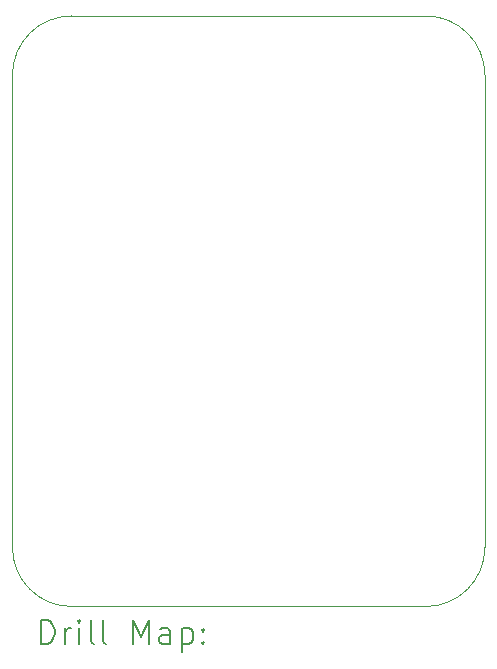
<source format=gbr>
%TF.GenerationSoftware,KiCad,Pcbnew,7.0.1-3b83917a11~172~ubuntu22.04.1*%
%TF.CreationDate,2023-04-08T08:11:43-03:00*%
%TF.ProjectId,button-debouncer,62757474-6f6e-42d6-9465-626f756e6365,rev?*%
%TF.SameCoordinates,Original*%
%TF.FileFunction,Drillmap*%
%TF.FilePolarity,Positive*%
%FSLAX45Y45*%
G04 Gerber Fmt 4.5, Leading zero omitted, Abs format (unit mm)*
G04 Created by KiCad (PCBNEW 7.0.1-3b83917a11~172~ubuntu22.04.1) date 2023-04-08 08:11:43*
%MOMM*%
%LPD*%
G01*
G04 APERTURE LIST*
%ADD10C,0.100000*%
%ADD11C,0.200000*%
G04 APERTURE END LIST*
D10*
X14000000Y-9500000D02*
X14000000Y-5500000D01*
X13500000Y-10000000D02*
G75*
G03*
X14000000Y-9500000I0J500000D01*
G01*
X14000000Y-5500000D02*
G75*
G03*
X13500000Y-5000000I-500000J0D01*
G01*
X10000000Y-9500000D02*
G75*
G03*
X10500000Y-10000000I500000J0D01*
G01*
X10000000Y-5500000D02*
X10000000Y-9500000D01*
X10500000Y-5000000D02*
G75*
G03*
X10000000Y-5500000I0J-500000D01*
G01*
X10500000Y-10000000D02*
X13500000Y-10000000D01*
X13500000Y-5000000D02*
X10500000Y-5000000D01*
D11*
X10242619Y-10317524D02*
X10242619Y-10117524D01*
X10242619Y-10117524D02*
X10290238Y-10117524D01*
X10290238Y-10117524D02*
X10318810Y-10127048D01*
X10318810Y-10127048D02*
X10337857Y-10146095D01*
X10337857Y-10146095D02*
X10347381Y-10165143D01*
X10347381Y-10165143D02*
X10356905Y-10203238D01*
X10356905Y-10203238D02*
X10356905Y-10231810D01*
X10356905Y-10231810D02*
X10347381Y-10269905D01*
X10347381Y-10269905D02*
X10337857Y-10288952D01*
X10337857Y-10288952D02*
X10318810Y-10308000D01*
X10318810Y-10308000D02*
X10290238Y-10317524D01*
X10290238Y-10317524D02*
X10242619Y-10317524D01*
X10442619Y-10317524D02*
X10442619Y-10184190D01*
X10442619Y-10222286D02*
X10452143Y-10203238D01*
X10452143Y-10203238D02*
X10461667Y-10193714D01*
X10461667Y-10193714D02*
X10480714Y-10184190D01*
X10480714Y-10184190D02*
X10499762Y-10184190D01*
X10566429Y-10317524D02*
X10566429Y-10184190D01*
X10566429Y-10117524D02*
X10556905Y-10127048D01*
X10556905Y-10127048D02*
X10566429Y-10136571D01*
X10566429Y-10136571D02*
X10575952Y-10127048D01*
X10575952Y-10127048D02*
X10566429Y-10117524D01*
X10566429Y-10117524D02*
X10566429Y-10136571D01*
X10690238Y-10317524D02*
X10671190Y-10308000D01*
X10671190Y-10308000D02*
X10661667Y-10288952D01*
X10661667Y-10288952D02*
X10661667Y-10117524D01*
X10795000Y-10317524D02*
X10775952Y-10308000D01*
X10775952Y-10308000D02*
X10766429Y-10288952D01*
X10766429Y-10288952D02*
X10766429Y-10117524D01*
X11023571Y-10317524D02*
X11023571Y-10117524D01*
X11023571Y-10117524D02*
X11090238Y-10260381D01*
X11090238Y-10260381D02*
X11156905Y-10117524D01*
X11156905Y-10117524D02*
X11156905Y-10317524D01*
X11337857Y-10317524D02*
X11337857Y-10212762D01*
X11337857Y-10212762D02*
X11328333Y-10193714D01*
X11328333Y-10193714D02*
X11309286Y-10184190D01*
X11309286Y-10184190D02*
X11271190Y-10184190D01*
X11271190Y-10184190D02*
X11252143Y-10193714D01*
X11337857Y-10308000D02*
X11318809Y-10317524D01*
X11318809Y-10317524D02*
X11271190Y-10317524D01*
X11271190Y-10317524D02*
X11252143Y-10308000D01*
X11252143Y-10308000D02*
X11242619Y-10288952D01*
X11242619Y-10288952D02*
X11242619Y-10269905D01*
X11242619Y-10269905D02*
X11252143Y-10250857D01*
X11252143Y-10250857D02*
X11271190Y-10241333D01*
X11271190Y-10241333D02*
X11318809Y-10241333D01*
X11318809Y-10241333D02*
X11337857Y-10231810D01*
X11433095Y-10184190D02*
X11433095Y-10384190D01*
X11433095Y-10193714D02*
X11452143Y-10184190D01*
X11452143Y-10184190D02*
X11490238Y-10184190D01*
X11490238Y-10184190D02*
X11509286Y-10193714D01*
X11509286Y-10193714D02*
X11518809Y-10203238D01*
X11518809Y-10203238D02*
X11528333Y-10222286D01*
X11528333Y-10222286D02*
X11528333Y-10279429D01*
X11528333Y-10279429D02*
X11518809Y-10298476D01*
X11518809Y-10298476D02*
X11509286Y-10308000D01*
X11509286Y-10308000D02*
X11490238Y-10317524D01*
X11490238Y-10317524D02*
X11452143Y-10317524D01*
X11452143Y-10317524D02*
X11433095Y-10308000D01*
X11614048Y-10298476D02*
X11623571Y-10308000D01*
X11623571Y-10308000D02*
X11614048Y-10317524D01*
X11614048Y-10317524D02*
X11604524Y-10308000D01*
X11604524Y-10308000D02*
X11614048Y-10298476D01*
X11614048Y-10298476D02*
X11614048Y-10317524D01*
X11614048Y-10193714D02*
X11623571Y-10203238D01*
X11623571Y-10203238D02*
X11614048Y-10212762D01*
X11614048Y-10212762D02*
X11604524Y-10203238D01*
X11604524Y-10203238D02*
X11614048Y-10193714D01*
X11614048Y-10193714D02*
X11614048Y-10212762D01*
M02*

</source>
